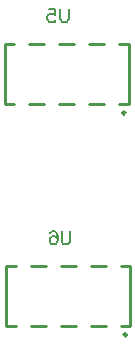
<source format=gbo>
G04 Layer: BottomSilkscreenLayer*
G04 EasyEDA v6.5.5, 2022-05-22 00:28:19*
G04 37d94133e9fb4008a465715c89777dd1,10*
G04 Gerber Generator version 0.2*
G04 Scale: 100 percent, Rotated: No, Reflected: No *
G04 Dimensions in millimeters *
G04 leading zeros omitted , absolute positions ,4 integer and 5 decimal *
%FSLAX45Y45*%
%MOMM*%

%ADD10C,0.2540*%
%ADD15C,0.1524*%

%LPD*%
D15*
X1845790Y5879477D02*
G01*
X1845790Y5801499D01*
X1840710Y5786005D01*
X1830296Y5775591D01*
X1814548Y5770511D01*
X1804134Y5770511D01*
X1788640Y5775591D01*
X1778226Y5786005D01*
X1773146Y5801499D01*
X1773146Y5879477D01*
X1676372Y5879477D02*
G01*
X1728442Y5879477D01*
X1733522Y5832741D01*
X1728442Y5837821D01*
X1712694Y5843155D01*
X1697200Y5843155D01*
X1681706Y5837821D01*
X1671292Y5827661D01*
X1665958Y5811913D01*
X1665958Y5801499D01*
X1671292Y5786005D01*
X1681706Y5775591D01*
X1697200Y5770511D01*
X1712694Y5770511D01*
X1728442Y5775591D01*
X1733522Y5780671D01*
X1738856Y5791085D01*
X1858490Y3999877D02*
G01*
X1858490Y3921899D01*
X1853410Y3906405D01*
X1842996Y3895991D01*
X1827248Y3890911D01*
X1816834Y3890911D01*
X1801340Y3895991D01*
X1790926Y3906405D01*
X1785846Y3921899D01*
X1785846Y3999877D01*
X1689072Y3984383D02*
G01*
X1694406Y3994797D01*
X1709900Y3999877D01*
X1720314Y3999877D01*
X1735808Y3994797D01*
X1746222Y3979049D01*
X1751556Y3953141D01*
X1751556Y3927233D01*
X1746222Y3906405D01*
X1735808Y3895991D01*
X1720314Y3890911D01*
X1714980Y3890911D01*
X1699486Y3895991D01*
X1689072Y3906405D01*
X1683992Y3921899D01*
X1683992Y3927233D01*
X1689072Y3942727D01*
X1699486Y3953141D01*
X1714980Y3958221D01*
X1720314Y3958221D01*
X1735808Y3953141D01*
X1746222Y3942727D01*
X1751556Y3927233D01*
D10*
X1303792Y5587997D02*
G01*
X1303792Y5079997D01*
X1384673Y5587997D02*
G01*
X1303792Y5587997D01*
X2353787Y5587997D02*
G01*
X2272911Y5587997D01*
X2353787Y5587997D02*
G01*
X2353787Y5079997D01*
X1384673Y5079997D02*
G01*
X1303792Y5079997D01*
X1638673Y5079997D02*
G01*
X1510911Y5079997D01*
X1892673Y5079997D02*
G01*
X1764911Y5079997D01*
X2146673Y5079997D02*
G01*
X2018911Y5079997D01*
X2353787Y5079997D02*
G01*
X2272911Y5079997D01*
X1638673Y5587997D02*
G01*
X1510911Y5587997D01*
X1892673Y5587997D02*
G01*
X1764911Y5587997D01*
X2146673Y5587997D02*
G01*
X2018911Y5587997D01*
X1316492Y3708397D02*
G01*
X1316492Y3200397D01*
X1397373Y3708397D02*
G01*
X1316492Y3708397D01*
X2366487Y3708397D02*
G01*
X2285611Y3708397D01*
X2366487Y3708397D02*
G01*
X2366487Y3200397D01*
X1397373Y3200397D02*
G01*
X1316492Y3200397D01*
X1651373Y3200397D02*
G01*
X1523611Y3200397D01*
X1905373Y3200397D02*
G01*
X1777611Y3200397D01*
X2159373Y3200397D02*
G01*
X2031611Y3200397D01*
X2366487Y3200397D02*
G01*
X2285611Y3200397D01*
X1651373Y3708397D02*
G01*
X1523611Y3708397D01*
X1905373Y3708397D02*
G01*
X1777611Y3708397D01*
X2159373Y3708397D02*
G01*
X2031611Y3708397D01*
G75*
G01
X2324100Y5003775D02*
G03X2324100Y5003775I-12700J0D01*
G75*
G01
X2336800Y3124175D02*
G03X2336800Y3124175I-12700J0D01*
M02*

</source>
